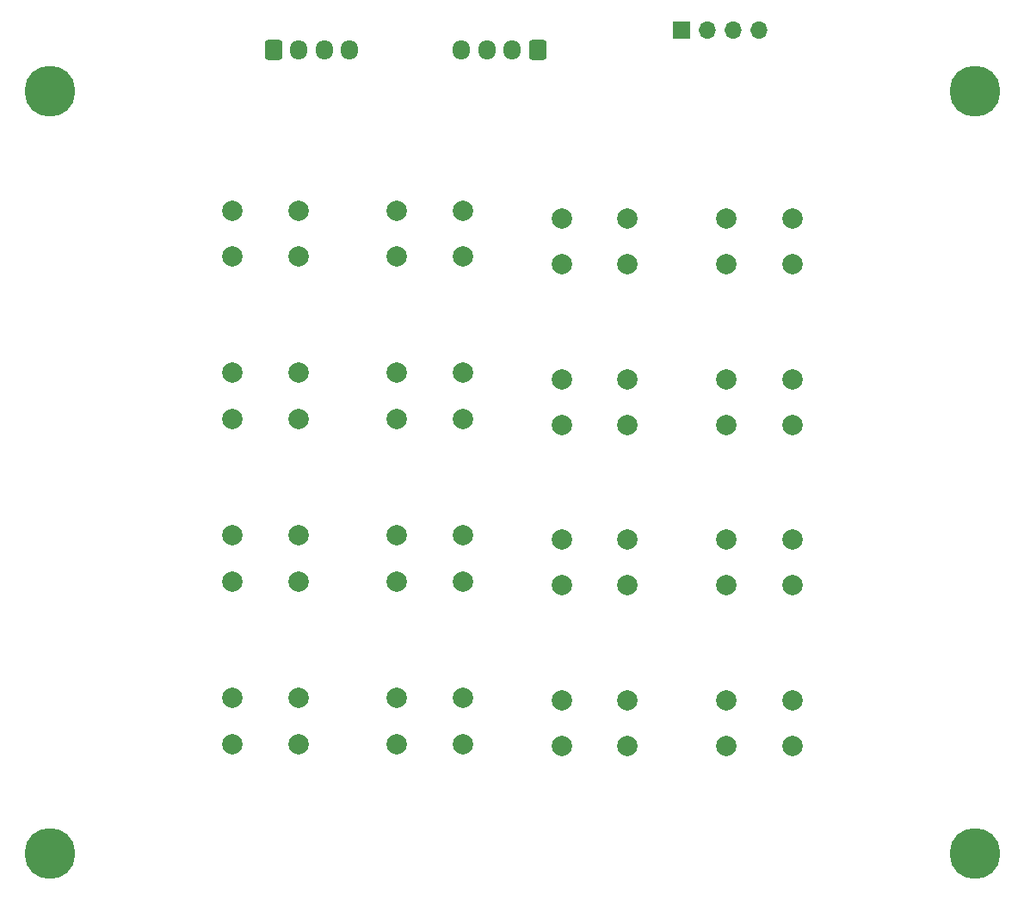
<source format=gbr>
%TF.GenerationSoftware,KiCad,Pcbnew,7.0.7*%
%TF.CreationDate,2023-12-23T12:05:02-04:00*%
%TF.ProjectId,teclado 4x4 i2c,7465636c-6164-46f2-9034-783420693263,rev?*%
%TF.SameCoordinates,Original*%
%TF.FileFunction,Copper,L1,Top*%
%TF.FilePolarity,Positive*%
%FSLAX46Y46*%
G04 Gerber Fmt 4.6, Leading zero omitted, Abs format (unit mm)*
G04 Created by KiCad (PCBNEW 7.0.7) date 2023-12-23 12:05:02*
%MOMM*%
%LPD*%
G01*
G04 APERTURE LIST*
G04 Aperture macros list*
%AMRoundRect*
0 Rectangle with rounded corners*
0 $1 Rounding radius*
0 $2 $3 $4 $5 $6 $7 $8 $9 X,Y pos of 4 corners*
0 Add a 4 corners polygon primitive as box body*
4,1,4,$2,$3,$4,$5,$6,$7,$8,$9,$2,$3,0*
0 Add four circle primitives for the rounded corners*
1,1,$1+$1,$2,$3*
1,1,$1+$1,$4,$5*
1,1,$1+$1,$6,$7*
1,1,$1+$1,$8,$9*
0 Add four rect primitives between the rounded corners*
20,1,$1+$1,$2,$3,$4,$5,0*
20,1,$1+$1,$4,$5,$6,$7,0*
20,1,$1+$1,$6,$7,$8,$9,0*
20,1,$1+$1,$8,$9,$2,$3,0*%
G04 Aperture macros list end*
%TA.AperFunction,ComponentPad*%
%ADD10RoundRect,0.250000X0.600000X0.725000X-0.600000X0.725000X-0.600000X-0.725000X0.600000X-0.725000X0*%
%TD*%
%TA.AperFunction,ComponentPad*%
%ADD11O,1.700000X1.950000*%
%TD*%
%TA.AperFunction,ComponentPad*%
%ADD12RoundRect,0.250000X-0.600000X-0.725000X0.600000X-0.725000X0.600000X0.725000X-0.600000X0.725000X0*%
%TD*%
%TA.AperFunction,ComponentPad*%
%ADD13C,2.000000*%
%TD*%
%TA.AperFunction,ComponentPad*%
%ADD14R,1.700000X1.700000*%
%TD*%
%TA.AperFunction,ComponentPad*%
%ADD15O,1.700000X1.700000*%
%TD*%
%TA.AperFunction,ComponentPad*%
%ADD16C,5.000000*%
%TD*%
G04 APERTURE END LIST*
D10*
%TO.P,J5,1,Pin_1*%
%TO.N,GND*%
X139000000Y-64000000D03*
D11*
%TO.P,J5,2,Pin_2*%
%TO.N,+5V*%
X136500000Y-64000000D03*
%TO.P,J5,3,Pin_3*%
%TO.N,/SDA5*%
X134000000Y-64000000D03*
%TO.P,J5,4,Pin_4*%
%TO.N,/SCL5*%
X131500000Y-64000000D03*
%TD*%
D12*
%TO.P,J3,1,Pin_1*%
%TO.N,GND*%
X113000000Y-64000000D03*
D11*
%TO.P,J3,2,Pin_2*%
%TO.N,+5V*%
X115500000Y-64000000D03*
%TO.P,J3,3,Pin_3*%
%TO.N,/SDA5*%
X118000000Y-64000000D03*
%TO.P,J3,4,Pin_4*%
%TO.N,/SCL5*%
X120500000Y-64000000D03*
%TD*%
D13*
%TO.P,SW16,1,1*%
%TO.N,/PIN4*%
X164050000Y-127950000D03*
X157550000Y-127950000D03*
%TO.P,SW16,2,2*%
%TO.N,/PIN8*%
X157550000Y-132450000D03*
X164050000Y-132450000D03*
%TD*%
%TO.P,SW15,2,2*%
%TO.N,/PIN8*%
X164050000Y-116650000D03*
X157550000Y-116650000D03*
%TO.P,SW15,1,1*%
%TO.N,/PIN3*%
X157550000Y-112150000D03*
X164050000Y-112150000D03*
%TD*%
%TO.P,SW14,2,2*%
%TO.N,/PIN8*%
X164050000Y-100850000D03*
X157550000Y-100850000D03*
%TO.P,SW14,1,1*%
%TO.N,/PIN2*%
X157550000Y-96350000D03*
X164050000Y-96350000D03*
%TD*%
%TO.P,SW13,2,2*%
%TO.N,/PIN8*%
X164050000Y-85050000D03*
X157550000Y-85050000D03*
%TO.P,SW13,1,1*%
%TO.N,/PIN1*%
X157550000Y-80550000D03*
X164050000Y-80550000D03*
%TD*%
%TO.P,SW12,1,1*%
%TO.N,/PIN4*%
X147850000Y-127950000D03*
X141350000Y-127950000D03*
%TO.P,SW12,2,2*%
%TO.N,/PIN7*%
X141350000Y-132450000D03*
X147850000Y-132450000D03*
%TD*%
%TO.P,SW11,1,1*%
%TO.N,/PIN4*%
X131650000Y-127750000D03*
X125150000Y-127750000D03*
%TO.P,SW11,2,2*%
%TO.N,/PIN6*%
X125150000Y-132250000D03*
X131650000Y-132250000D03*
%TD*%
%TO.P,SW10,1,1*%
%TO.N,/PIN4*%
X115450000Y-127750000D03*
X108950000Y-127750000D03*
%TO.P,SW10,2,2*%
%TO.N,/PIN5*%
X108950000Y-132250000D03*
X115450000Y-132250000D03*
%TD*%
%TO.P,SW9,2,2*%
%TO.N,/PIN7*%
X147850000Y-116650000D03*
X141350000Y-116650000D03*
%TO.P,SW9,1,1*%
%TO.N,/PIN3*%
X141350000Y-112150000D03*
X147850000Y-112150000D03*
%TD*%
%TO.P,SW8,2,2*%
%TO.N,/PIN6*%
X131650000Y-116250000D03*
X125150000Y-116250000D03*
%TO.P,SW8,1,1*%
%TO.N,/PIN3*%
X125150000Y-111750000D03*
X131650000Y-111750000D03*
%TD*%
%TO.P,SW7,2,2*%
%TO.N,/PIN5*%
X115450000Y-116250000D03*
X108950000Y-116250000D03*
%TO.P,SW7,1,1*%
%TO.N,/PIN3*%
X108950000Y-111750000D03*
X115450000Y-111750000D03*
%TD*%
%TO.P,SW6,2,2*%
%TO.N,/PIN7*%
X147850000Y-100850000D03*
X141350000Y-100850000D03*
%TO.P,SW6,1,1*%
%TO.N,/PIN2*%
X141350000Y-96350000D03*
X147850000Y-96350000D03*
%TD*%
%TO.P,SW5,2,2*%
%TO.N,/PIN6*%
X131650000Y-100250000D03*
X125150000Y-100250000D03*
%TO.P,SW5,1,1*%
%TO.N,/PIN2*%
X125150000Y-95750000D03*
X131650000Y-95750000D03*
%TD*%
%TO.P,SW4,2,2*%
%TO.N,/PIN5*%
X115450000Y-100250000D03*
X108950000Y-100250000D03*
%TO.P,SW4,1,1*%
%TO.N,/PIN2*%
X108950000Y-95750000D03*
X115450000Y-95750000D03*
%TD*%
%TO.P,SW3,2,2*%
%TO.N,/PIN7*%
X147850000Y-85050000D03*
X141350000Y-85050000D03*
%TO.P,SW3,1,1*%
%TO.N,/PIN1*%
X141350000Y-80550000D03*
X147850000Y-80550000D03*
%TD*%
%TO.P,SW2,2,2*%
%TO.N,/PIN6*%
X131650000Y-84250000D03*
X125150000Y-84250000D03*
%TO.P,SW2,1,1*%
%TO.N,/PIN1*%
X125150000Y-79750000D03*
X131650000Y-79750000D03*
%TD*%
%TO.P,SW1,2,2*%
%TO.N,/PIN5*%
X115450000Y-84250000D03*
X108950000Y-84250000D03*
%TO.P,SW1,1,1*%
%TO.N,/PIN1*%
X108950000Y-79750000D03*
X115450000Y-79750000D03*
%TD*%
D14*
%TO.P,J4,1,Pin_1*%
%TO.N,GND*%
X153180000Y-62000000D03*
D15*
%TO.P,J4,2,Pin_2*%
%TO.N,/SCL*%
X155720000Y-62000000D03*
%TO.P,J4,3,Pin_3*%
%TO.N,/SDA*%
X158260000Y-62000000D03*
%TO.P,J4,4,Pin_4*%
%TO.N,+3V3*%
X160800000Y-62000000D03*
%TD*%
D16*
%TO.P,H4,1*%
%TO.N,N/C*%
X91000000Y-143000000D03*
%TD*%
%TO.P,H3,1*%
%TO.N,N/C*%
X182000000Y-143000000D03*
%TD*%
%TO.P,H2,1*%
%TO.N,N/C*%
X91000000Y-68000000D03*
%TD*%
%TO.P,H1,1*%
%TO.N,N/C*%
X182000000Y-68000000D03*
%TD*%
M02*

</source>
